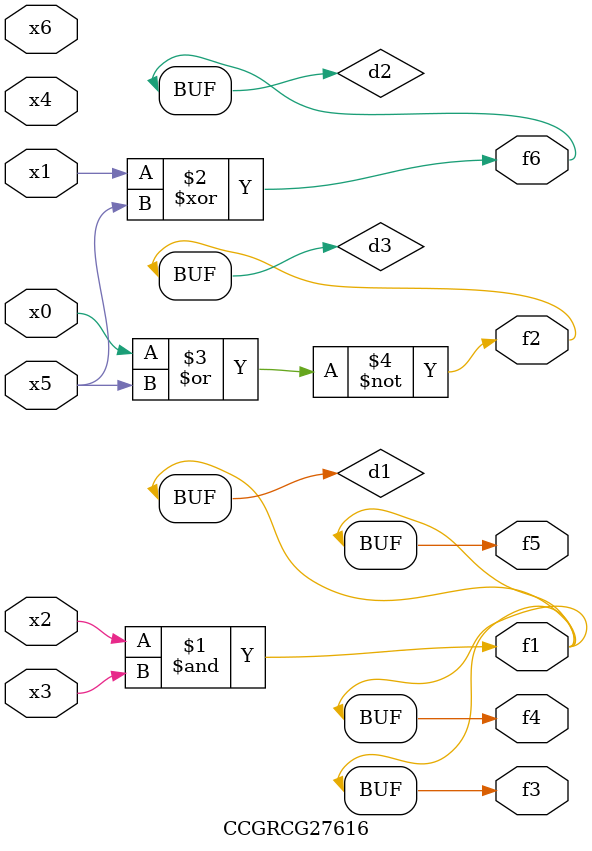
<source format=v>
module CCGRCG27616(
	input x0, x1, x2, x3, x4, x5, x6,
	output f1, f2, f3, f4, f5, f6
);

	wire d1, d2, d3;

	and (d1, x2, x3);
	xor (d2, x1, x5);
	nor (d3, x0, x5);
	assign f1 = d1;
	assign f2 = d3;
	assign f3 = d1;
	assign f4 = d1;
	assign f5 = d1;
	assign f6 = d2;
endmodule

</source>
